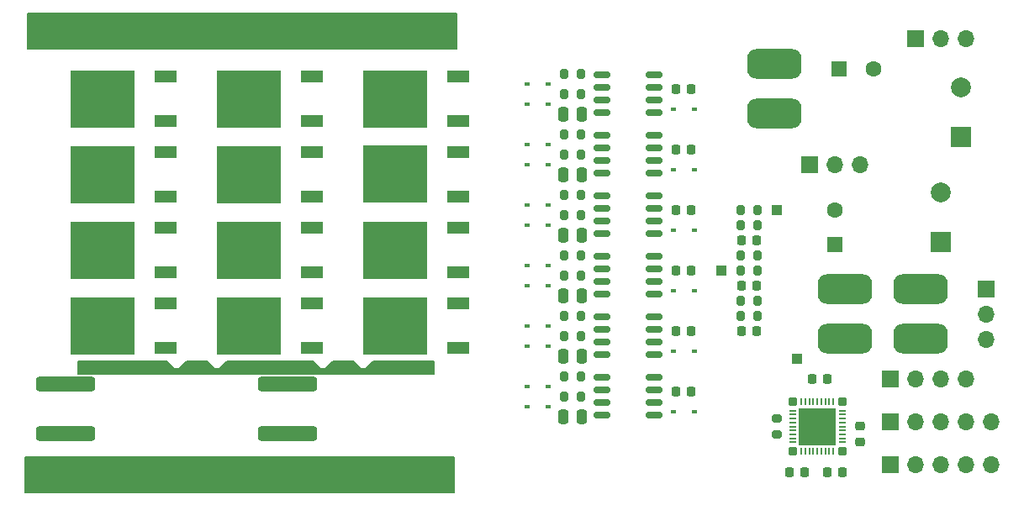
<source format=gbr>
%TF.GenerationSoftware,KiCad,Pcbnew,6.0.4-1.fc35*%
%TF.CreationDate,2022-04-18T17:29:03+01:00*%
%TF.ProjectId,esc,6573632e-6b69-4636-9164-5f7063625858,rev?*%
%TF.SameCoordinates,Original*%
%TF.FileFunction,Soldermask,Top*%
%TF.FilePolarity,Negative*%
%FSLAX46Y46*%
G04 Gerber Fmt 4.6, Leading zero omitted, Abs format (unit mm)*
G04 Created by KiCad (PCBNEW 6.0.4-1.fc35) date 2022-04-18 17:29:03*
%MOMM*%
%LPD*%
G01*
G04 APERTURE LIST*
G04 Aperture macros list*
%AMRoundRect*
0 Rectangle with rounded corners*
0 $1 Rounding radius*
0 $2 $3 $4 $5 $6 $7 $8 $9 X,Y pos of 4 corners*
0 Add a 4 corners polygon primitive as box body*
4,1,4,$2,$3,$4,$5,$6,$7,$8,$9,$2,$3,0*
0 Add four circle primitives for the rounded corners*
1,1,$1+$1,$2,$3*
1,1,$1+$1,$4,$5*
1,1,$1+$1,$6,$7*
1,1,$1+$1,$8,$9*
0 Add four rect primitives between the rounded corners*
20,1,$1+$1,$2,$3,$4,$5,0*
20,1,$1+$1,$4,$5,$6,$7,0*
20,1,$1+$1,$6,$7,$8,$9,0*
20,1,$1+$1,$8,$9,$2,$3,0*%
G04 Aperture macros list end*
%ADD10C,0.200000*%
%ADD11R,1.000000X1.000000*%
%ADD12RoundRect,0.150000X0.675000X0.150000X-0.675000X0.150000X-0.675000X-0.150000X0.675000X-0.150000X0*%
%ADD13RoundRect,0.200000X0.200000X0.275000X-0.200000X0.275000X-0.200000X-0.275000X0.200000X-0.275000X0*%
%ADD14O,1.700000X1.700000*%
%ADD15R,1.700000X1.700000*%
%ADD16R,2.200000X1.200000*%
%ADD17R,6.400000X5.800000*%
%ADD18R,0.600000X0.450000*%
%ADD19RoundRect,0.250000X0.250000X0.475000X-0.250000X0.475000X-0.250000X-0.475000X0.250000X-0.475000X0*%
%ADD20RoundRect,0.999000X-1.751000X0.501000X-1.751000X-0.501000X1.751000X-0.501000X1.751000X0.501000X0*%
%ADD21RoundRect,0.225000X-0.225000X-0.250000X0.225000X-0.250000X0.225000X0.250000X-0.225000X0.250000X0*%
%ADD22RoundRect,0.200000X0.275000X-0.200000X0.275000X0.200000X-0.275000X0.200000X-0.275000X-0.200000X0*%
%ADD23RoundRect,0.375000X-2.625000X-0.375000X2.625000X-0.375000X2.625000X0.375000X-2.625000X0.375000X0*%
%ADD24R,1.600000X1.600000*%
%ADD25C,1.600000*%
%ADD26RoundRect,0.225000X0.225000X0.250000X-0.225000X0.250000X-0.225000X-0.250000X0.225000X-0.250000X0*%
%ADD27RoundRect,0.999000X1.751000X-0.501000X1.751000X0.501000X-1.751000X0.501000X-1.751000X-0.501000X0*%
%ADD28RoundRect,0.225000X0.250000X-0.225000X0.250000X0.225000X-0.250000X0.225000X-0.250000X-0.225000X0*%
%ADD29R,2.000000X2.000000*%
%ADD30C,2.000000*%
%ADD31RoundRect,0.127500X-0.297500X-0.297500X0.297500X-0.297500X0.297500X0.297500X-0.297500X0.297500X0*%
%ADD32RoundRect,0.050000X-0.325000X-0.050000X0.325000X-0.050000X0.325000X0.050000X-0.325000X0.050000X0*%
%ADD33RoundRect,0.050000X0.050000X-0.325000X0.050000X0.325000X-0.050000X0.325000X-0.050000X-0.325000X0*%
%ADD34RoundRect,0.050000X-0.050000X-0.325000X0.050000X-0.325000X0.050000X0.325000X-0.050000X0.325000X0*%
%ADD35RoundRect,0.050000X0.325000X-0.050000X0.325000X0.050000X-0.325000X0.050000X-0.325000X-0.050000X0*%
%ADD36R,3.800000X3.800000*%
G04 APERTURE END LIST*
D10*
X99822000Y-75692000D02*
X143002000Y-75692000D01*
X143002000Y-75692000D02*
X143002000Y-79248000D01*
X143002000Y-79248000D02*
X99822000Y-79248000D01*
X99822000Y-79248000D02*
X99822000Y-75692000D01*
G36*
X99822000Y-75692000D02*
G01*
X143002000Y-75692000D01*
X143002000Y-79248000D01*
X99822000Y-79248000D01*
X99822000Y-75692000D01*
G37*
X100076000Y-30988000D02*
X143256000Y-30988000D01*
X143256000Y-30988000D02*
X143256000Y-34544000D01*
X143256000Y-34544000D02*
X100076000Y-34544000D01*
X100076000Y-34544000D02*
X100076000Y-30988000D01*
G36*
X100076000Y-30988000D02*
G01*
X143256000Y-30988000D01*
X143256000Y-34544000D01*
X100076000Y-34544000D01*
X100076000Y-30988000D01*
G37*
G36*
X114808000Y-66802000D02*
G01*
X115316000Y-66802000D01*
X116078000Y-66040000D01*
X118110000Y-66040000D01*
X118872000Y-66802000D01*
X119380000Y-66802000D01*
X120142000Y-66040000D01*
X128778000Y-66040000D01*
X129540000Y-66802000D01*
X130048000Y-66802000D01*
X130810000Y-66040000D01*
X132842000Y-66040000D01*
X133604000Y-66802000D01*
X134112000Y-66802000D01*
X134874000Y-66040000D01*
X140970000Y-66040000D01*
X140970000Y-67310000D01*
X105156000Y-67310000D01*
X105156000Y-66040000D01*
X114046000Y-66040000D01*
X114808000Y-66802000D01*
G37*
X114808000Y-66802000D02*
X115316000Y-66802000D01*
X116078000Y-66040000D01*
X118110000Y-66040000D01*
X118872000Y-66802000D01*
X119380000Y-66802000D01*
X120142000Y-66040000D01*
X128778000Y-66040000D01*
X129540000Y-66802000D01*
X130048000Y-66802000D01*
X130810000Y-66040000D01*
X132842000Y-66040000D01*
X133604000Y-66802000D01*
X134112000Y-66802000D01*
X134874000Y-66040000D01*
X140970000Y-66040000D01*
X140970000Y-67310000D01*
X105156000Y-67310000D01*
X105156000Y-66040000D01*
X114046000Y-66040000D01*
X114808000Y-66802000D01*
D11*
%TO.C,TP12*%
X177546000Y-65786000D03*
%TD*%
%TO.C,TP11*%
X169926000Y-56896000D03*
%TD*%
%TO.C,TP10*%
X175514000Y-50800000D03*
%TD*%
D12*
%TO.C,U17*%
X163153000Y-47117000D03*
X163153000Y-45847000D03*
X163153000Y-44577000D03*
X163153000Y-43307000D03*
X157903000Y-43307000D03*
X157903000Y-44577000D03*
X157903000Y-45847000D03*
X157903000Y-47117000D03*
%TD*%
D13*
%TO.C,R43*%
X155765000Y-57404000D03*
X154115000Y-57404000D03*
%TD*%
%TO.C,R13*%
X173545000Y-52324000D03*
X171895000Y-52324000D03*
%TD*%
D14*
%TO.C,SW3*%
X194579000Y-33528000D03*
X192039000Y-33528000D03*
D15*
X189499000Y-33528000D03*
%TD*%
D16*
%TO.C,Q17*%
X143392000Y-64764000D03*
D17*
X137092000Y-62484000D03*
D16*
X143392000Y-60204000D03*
%TD*%
D12*
%TO.C,U11*%
X163153000Y-53213000D03*
X163153000Y-51943000D03*
X163153000Y-50673000D03*
X163153000Y-49403000D03*
X157903000Y-49403000D03*
X157903000Y-50673000D03*
X157903000Y-51943000D03*
X157903000Y-53213000D03*
%TD*%
D18*
%TO.C,D18*%
X167166000Y-58928000D03*
X165066000Y-58928000D03*
%TD*%
%TO.C,D38*%
X152434000Y-38100000D03*
X150334000Y-38100000D03*
%TD*%
D13*
%TO.C,R14*%
X173545000Y-55372000D03*
X171895000Y-55372000D03*
%TD*%
D19*
%TO.C,C40*%
X155890000Y-71628000D03*
X153990000Y-71628000D03*
%TD*%
D20*
%TO.C,L3*%
X190007000Y-58814385D03*
X190007000Y-63814385D03*
%TD*%
D21*
%TO.C,C33*%
X165341000Y-56896000D03*
X166891000Y-56896000D03*
%TD*%
D16*
%TO.C,Q9*%
X128660000Y-49524000D03*
D17*
X122360000Y-47244000D03*
D16*
X128660000Y-44964000D03*
%TD*%
D22*
%TO.C,R1*%
X175514000Y-73469000D03*
X175514000Y-71819000D03*
%TD*%
D23*
%TO.C,C5*%
X126238000Y-68366000D03*
X126238000Y-73366000D03*
%TD*%
D16*
%TO.C,Q21*%
X143392000Y-49523000D03*
D17*
X137092000Y-47243000D03*
D16*
X143392000Y-44963000D03*
%TD*%
D19*
%TO.C,C42*%
X155890000Y-65532000D03*
X153990000Y-65532000D03*
%TD*%
D18*
%TO.C,D31*%
X152434000Y-64516000D03*
X150334000Y-64516000D03*
%TD*%
%TO.C,D27*%
X167166000Y-71120000D03*
X165066000Y-71120000D03*
%TD*%
%TO.C,D37*%
X152434000Y-40132000D03*
X150334000Y-40132000D03*
%TD*%
D13*
%TO.C,R42*%
X155765000Y-49276000D03*
X154115000Y-49276000D03*
%TD*%
D21*
%TO.C,C7*%
X171945000Y-53848000D03*
X173495000Y-53848000D03*
%TD*%
D18*
%TO.C,D20*%
X152434000Y-56388000D03*
X150334000Y-56388000D03*
%TD*%
%TO.C,D32*%
X152434000Y-62484000D03*
X150334000Y-62484000D03*
%TD*%
D13*
%TO.C,R52*%
X155765000Y-61468000D03*
X154115000Y-61468000D03*
%TD*%
D21*
%TO.C,C41*%
X165341000Y-62992000D03*
X166891000Y-62992000D03*
%TD*%
%TO.C,C39*%
X165341000Y-69088000D03*
X166891000Y-69088000D03*
%TD*%
D18*
%TO.C,D33*%
X167166000Y-46736000D03*
X165066000Y-46736000D03*
%TD*%
D13*
%TO.C,R20*%
X173545000Y-59944000D03*
X171895000Y-59944000D03*
%TD*%
%TO.C,R51*%
X155765000Y-63500000D03*
X154115000Y-63500000D03*
%TD*%
%TO.C,R12*%
X173545000Y-50800000D03*
X171895000Y-50800000D03*
%TD*%
%TO.C,R50*%
X155765000Y-67564000D03*
X154115000Y-67564000D03*
%TD*%
D23*
%TO.C,C2*%
X103886000Y-68366000D03*
X103886000Y-73366000D03*
%TD*%
D12*
%TO.C,U15*%
X163153000Y-71501000D03*
X163153000Y-70231000D03*
X163153000Y-68961000D03*
X163153000Y-67691000D03*
X157903000Y-67691000D03*
X157903000Y-68961000D03*
X157903000Y-70231000D03*
X157903000Y-71501000D03*
%TD*%
D21*
%TO.C,C6*%
X176771000Y-77216000D03*
X178321000Y-77216000D03*
%TD*%
D15*
%TO.C,SW1*%
X196611000Y-58759385D03*
D14*
X196611000Y-61299385D03*
X196611000Y-63839385D03*
%TD*%
D24*
%TO.C,C22*%
X181750349Y-36591000D03*
D25*
X185250349Y-36591000D03*
%TD*%
D21*
%TO.C,C31*%
X165341000Y-50800000D03*
X166891000Y-50800000D03*
%TD*%
D15*
%TO.C,J4*%
X186944000Y-76454000D03*
D14*
X189484000Y-76454000D03*
X192024000Y-76454000D03*
X194564000Y-76454000D03*
X197104000Y-76454000D03*
%TD*%
D26*
%TO.C,C1*%
X182131000Y-77216000D03*
X180581000Y-77216000D03*
%TD*%
D16*
%TO.C,Q19*%
X143392000Y-57144000D03*
D17*
X137092000Y-54864000D03*
D16*
X143392000Y-52584000D03*
%TD*%
D27*
%TO.C,L2*%
X175275000Y-41123000D03*
X175275000Y-36123000D03*
%TD*%
D16*
%TO.C,Q5*%
X113928000Y-49524000D03*
D17*
X107628000Y-47244000D03*
D16*
X113928000Y-44964000D03*
%TD*%
D13*
%TO.C,R54*%
X155765000Y-43180000D03*
X154115000Y-43180000D03*
%TD*%
D18*
%TO.C,D29*%
X152434000Y-68580000D03*
X150334000Y-68580000D03*
%TD*%
D27*
%TO.C,L1*%
X182387000Y-63814385D03*
X182387000Y-58814385D03*
%TD*%
D13*
%TO.C,R15*%
X173545000Y-56896000D03*
X171895000Y-56896000D03*
%TD*%
D15*
%TO.C,J3*%
X186944000Y-72136000D03*
D14*
X189484000Y-72136000D03*
X192024000Y-72136000D03*
X194564000Y-72136000D03*
X197104000Y-72136000D03*
%TD*%
D28*
%TO.C,C4*%
X183896000Y-74181000D03*
X183896000Y-72631000D03*
%TD*%
D29*
%TO.C,C17*%
X194071000Y-43515677D03*
D30*
X194071000Y-38515677D03*
%TD*%
D18*
%TO.C,D16*%
X152434000Y-52324000D03*
X150334000Y-52324000D03*
%TD*%
D19*
%TO.C,C34*%
X155890000Y-59436000D03*
X153990000Y-59436000D03*
%TD*%
D18*
%TO.C,D19*%
X152434000Y-58420000D03*
X150334000Y-58420000D03*
%TD*%
D12*
%TO.C,U18*%
X163153000Y-41021000D03*
X163153000Y-39751000D03*
X163153000Y-38481000D03*
X163153000Y-37211000D03*
X157903000Y-37211000D03*
X157903000Y-38481000D03*
X157903000Y-39751000D03*
X157903000Y-41021000D03*
%TD*%
D24*
%TO.C,C16*%
X181371000Y-54331036D03*
D25*
X181371000Y-50831036D03*
%TD*%
D18*
%TO.C,D28*%
X152434000Y-70612000D03*
X150334000Y-70612000D03*
%TD*%
D16*
%TO.C,Q15*%
X128660000Y-41904000D03*
D17*
X122360000Y-39624000D03*
D16*
X128660000Y-37344000D03*
%TD*%
D15*
%TO.C,SW2*%
X178831000Y-46228000D03*
D14*
X181371000Y-46228000D03*
X183911000Y-46228000D03*
%TD*%
D13*
%TO.C,R21*%
X173545000Y-61468000D03*
X171895000Y-61468000D03*
%TD*%
D21*
%TO.C,C45*%
X165341000Y-38608000D03*
X166891000Y-38608000D03*
%TD*%
%TO.C,C10*%
X171945000Y-58420000D03*
X173495000Y-58420000D03*
%TD*%
D18*
%TO.C,D34*%
X152434000Y-46228000D03*
X150334000Y-46228000D03*
%TD*%
D31*
%TO.C,U1*%
X177078000Y-70144000D03*
X182078000Y-70144000D03*
X182078000Y-75144000D03*
X177078000Y-75144000D03*
D32*
X177078000Y-71044000D03*
X177078000Y-71444000D03*
X177078000Y-71844000D03*
X177078000Y-72244000D03*
X177078000Y-72644000D03*
X177078000Y-73044000D03*
X177078000Y-73444000D03*
X177078000Y-73844000D03*
X177078000Y-74244000D03*
D33*
X177978000Y-75144000D03*
D34*
X178378000Y-75144000D03*
X178778000Y-75144000D03*
X179178000Y-75144000D03*
X179578000Y-75144000D03*
X179978000Y-75144000D03*
X180378000Y-75144000D03*
X180778000Y-75144000D03*
X181178000Y-75144000D03*
D35*
X182078000Y-74244000D03*
X182078000Y-73844000D03*
D32*
X182078000Y-73444000D03*
X182078000Y-73044000D03*
X182078000Y-72644000D03*
X182078000Y-72244000D03*
X182078000Y-71844000D03*
X182078000Y-71444000D03*
X182078000Y-71044000D03*
D33*
X181178000Y-70144000D03*
X180778000Y-70144000D03*
X180378000Y-70144000D03*
D34*
X179978000Y-70144000D03*
X179578000Y-70144000D03*
X179178000Y-70144000D03*
X178778000Y-70144000D03*
X178378000Y-70144000D03*
X177978000Y-70144000D03*
D36*
X179578000Y-72644000D03*
%TD*%
D13*
%TO.C,R49*%
X155765000Y-69596000D03*
X154115000Y-69596000D03*
%TD*%
D16*
%TO.C,Q1*%
X113928000Y-64764000D03*
D17*
X107628000Y-62484000D03*
D16*
X113928000Y-60204000D03*
%TD*%
D12*
%TO.C,U12*%
X163153000Y-59309000D03*
X163153000Y-58039000D03*
X163153000Y-56769000D03*
X163153000Y-55499000D03*
X157903000Y-55499000D03*
X157903000Y-56769000D03*
X157903000Y-58039000D03*
X157903000Y-59309000D03*
%TD*%
D15*
%TO.C,J5*%
X186954000Y-67818000D03*
D14*
X189494000Y-67818000D03*
X192034000Y-67818000D03*
X194574000Y-67818000D03*
%TD*%
D12*
%TO.C,U16*%
X163153000Y-65405000D03*
X163153000Y-64135000D03*
X163153000Y-62865000D03*
X163153000Y-61595000D03*
X157903000Y-61595000D03*
X157903000Y-62865000D03*
X157903000Y-64135000D03*
X157903000Y-65405000D03*
%TD*%
D16*
%TO.C,Q23*%
X143392000Y-41904000D03*
D17*
X137092000Y-39624000D03*
D16*
X143392000Y-37344000D03*
%TD*%
D18*
%TO.C,D36*%
X167166000Y-40640000D03*
X165066000Y-40640000D03*
%TD*%
D21*
%TO.C,C43*%
X165341000Y-44704000D03*
X166891000Y-44704000D03*
%TD*%
D13*
%TO.C,R55*%
X155765000Y-39116000D03*
X154115000Y-39116000D03*
%TD*%
D16*
%TO.C,Q11*%
X128660000Y-57144000D03*
D17*
X122360000Y-54864000D03*
D16*
X128660000Y-52584000D03*
%TD*%
D13*
%TO.C,R56*%
X155765000Y-37084000D03*
X154115000Y-37084000D03*
%TD*%
D29*
%TO.C,C14*%
X192039000Y-54030062D03*
D30*
X192039000Y-49030062D03*
%TD*%
D18*
%TO.C,D17*%
X152434000Y-50292000D03*
X150334000Y-50292000D03*
%TD*%
D16*
%TO.C,Q13*%
X128660000Y-64764000D03*
D17*
X122360000Y-62484000D03*
D16*
X128660000Y-60204000D03*
%TD*%
D13*
%TO.C,R41*%
X155765000Y-51308000D03*
X154115000Y-51308000D03*
%TD*%
D16*
%TO.C,Q3*%
X113928000Y-57144000D03*
D17*
X107628000Y-54864000D03*
D16*
X113928000Y-52584000D03*
%TD*%
D21*
%TO.C,C11*%
X173495000Y-62992000D03*
X171945000Y-62992000D03*
%TD*%
D19*
%TO.C,C32*%
X155890000Y-53340000D03*
X153990000Y-53340000D03*
%TD*%
D18*
%TO.C,D35*%
X152434000Y-44196000D03*
X150334000Y-44196000D03*
%TD*%
%TO.C,D15*%
X167166000Y-52832000D03*
X165066000Y-52832000D03*
%TD*%
D19*
%TO.C,C46*%
X155890000Y-41148000D03*
X153990000Y-41148000D03*
%TD*%
%TO.C,C44*%
X155890000Y-47244000D03*
X153990000Y-47244000D03*
%TD*%
D18*
%TO.C,D30*%
X167166000Y-65024000D03*
X165066000Y-65024000D03*
%TD*%
D26*
%TO.C,C3*%
X179057000Y-67818000D03*
X180607000Y-67818000D03*
%TD*%
D13*
%TO.C,R53*%
X155765000Y-45212000D03*
X154115000Y-45212000D03*
%TD*%
%TO.C,R44*%
X155765000Y-55372000D03*
X154115000Y-55372000D03*
%TD*%
D16*
%TO.C,Q7*%
X113928000Y-41904000D03*
D17*
X107628000Y-39624000D03*
D16*
X113928000Y-37344000D03*
%TD*%
M02*

</source>
